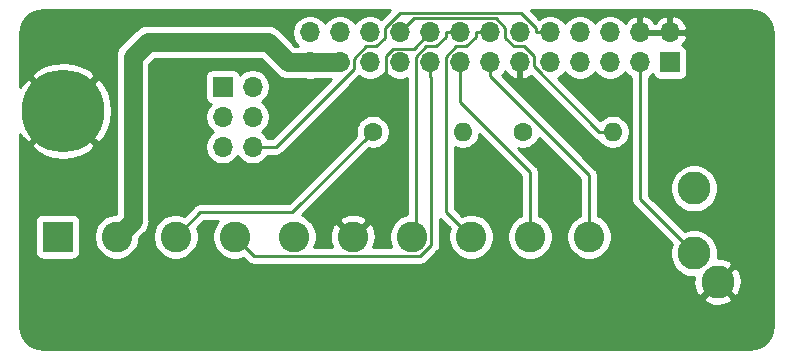
<source format=gbr>
G04 #@! TF.GenerationSoftware,KiCad,Pcbnew,5.1.5-52549c5~84~ubuntu18.04.1*
G04 #@! TF.CreationDate,2020-03-14T14:57:04-04:00*
G04 #@! TF.ProjectId,imac_g3_slot_loading_J22_adapter_board,696d6163-5f67-4335-9f73-6c6f745f6c6f,1*
G04 #@! TF.SameCoordinates,Original*
G04 #@! TF.FileFunction,Copper,L2,Bot*
G04 #@! TF.FilePolarity,Positive*
%FSLAX46Y46*%
G04 Gerber Fmt 4.6, Leading zero omitted, Abs format (unit mm)*
G04 Created by KiCad (PCBNEW 5.1.5-52549c5~84~ubuntu18.04.1) date 2020-03-14 14:57:04*
%MOMM*%
%LPD*%
G04 APERTURE LIST*
%ADD10R,1.700000X1.700000*%
%ADD11O,1.700000X1.700000*%
%ADD12C,7.000000*%
%ADD13C,2.800000*%
%ADD14O,1.600000X1.600000*%
%ADD15C,1.600000*%
%ADD16R,2.600000X2.600000*%
%ADD17C,2.600000*%
%ADD18C,0.250000*%
%ADD19C,1.587600*%
%ADD20C,0.254000*%
G04 APERTURE END LIST*
D10*
X161544000Y-91948000D03*
D11*
X161544000Y-89408000D03*
X159004000Y-91948000D03*
X159004000Y-89408000D03*
X156464000Y-91948000D03*
X156464000Y-89408000D03*
X153924000Y-91948000D03*
X153924000Y-89408000D03*
X151384000Y-91948000D03*
X151384000Y-89408000D03*
X148844000Y-91948000D03*
X148844000Y-89408000D03*
X146304000Y-91948000D03*
X146304000Y-89408000D03*
X143764000Y-91948000D03*
X143764000Y-89408000D03*
X141224000Y-91948000D03*
X141224000Y-89408000D03*
X138684000Y-91948000D03*
X138684000Y-89408000D03*
X136144000Y-91948000D03*
X136144000Y-89408000D03*
X133604000Y-91948000D03*
X133604000Y-89408000D03*
X131064000Y-91948000D03*
X131064000Y-89408000D03*
D12*
X110172000Y-96038000D03*
D13*
X165582000Y-110518000D03*
X163582000Y-108118000D03*
X163582000Y-102618000D03*
D14*
X143992000Y-97818000D03*
D15*
X136372000Y-97818000D03*
X149072000Y-97818000D03*
D14*
X156692000Y-97818000D03*
D16*
X109702000Y-106708000D03*
D17*
X114702000Y-106708000D03*
X119702000Y-106708000D03*
X124702000Y-106708000D03*
X129702000Y-106708000D03*
X134702000Y-106708000D03*
X139702000Y-106708000D03*
X144702000Y-106708000D03*
X149702000Y-106708000D03*
X154702000Y-106708000D03*
D10*
X123672000Y-94008000D03*
D11*
X126212000Y-94008000D03*
X123672000Y-96548000D03*
X126212000Y-96548000D03*
X123672000Y-99088000D03*
X126212000Y-99088000D03*
D18*
X137508999Y-91383999D02*
X137508999Y-96160999D01*
X138119999Y-90772999D02*
X137508999Y-91383999D01*
X141224000Y-89408000D02*
X139859001Y-90772999D01*
X139859001Y-90772999D02*
X138119999Y-90772999D01*
X137508999Y-96160999D02*
X138658000Y-97310000D01*
X138658000Y-102752000D02*
X134702000Y-106708000D01*
X138658000Y-97310000D02*
X138658000Y-102752000D01*
X163582000Y-108118000D02*
X159004000Y-103540000D01*
X159004000Y-103540000D02*
X159004000Y-91948000D01*
X151384000Y-89408000D02*
X150208700Y-89408000D01*
X126212000Y-99088000D02*
X128195900Y-99088000D01*
X128195900Y-99088000D02*
X134779400Y-92504500D01*
X134779400Y-92504500D02*
X134779400Y-91648400D01*
X134779400Y-91648400D02*
X135844400Y-90583400D01*
X135844400Y-90583400D02*
X136669600Y-90583400D01*
X136669600Y-90583400D02*
X137414000Y-89839000D01*
X137414000Y-89839000D02*
X137414000Y-89005500D01*
X137414000Y-89005500D02*
X138685400Y-87734100D01*
X138685400Y-87734100D02*
X148902100Y-87734100D01*
X148902100Y-87734100D02*
X150208700Y-89040700D01*
X150208700Y-89040700D02*
X150208700Y-89408000D01*
X146304000Y-91948000D02*
X146304000Y-93123300D01*
X154702000Y-106708000D02*
X154702000Y-101521300D01*
X154702000Y-101521300D02*
X146304000Y-93123300D01*
X144702000Y-106708000D02*
X142578800Y-104584800D01*
X142578800Y-104584800D02*
X142578800Y-91449000D01*
X142578800Y-91449000D02*
X143444500Y-90583300D01*
X143444500Y-90583300D02*
X144320800Y-90583300D01*
X144320800Y-90583300D02*
X145128700Y-89775400D01*
X145128700Y-89775400D02*
X145128700Y-89408000D01*
X146304000Y-89408000D02*
X145128700Y-89408000D01*
X149702000Y-106708000D02*
X149702000Y-101266000D01*
X149702000Y-101266000D02*
X143764000Y-95328000D01*
X143764000Y-95328000D02*
X143764000Y-91948000D01*
X143764000Y-89408000D02*
X142588700Y-89408000D01*
X139702000Y-106708000D02*
X140048600Y-106361400D01*
X140048600Y-106361400D02*
X140048600Y-91458600D01*
X140048600Y-91458600D02*
X140923900Y-90583300D01*
X140923900Y-90583300D02*
X141780800Y-90583300D01*
X141780800Y-90583300D02*
X142588700Y-89775400D01*
X142588700Y-89775400D02*
X142588700Y-89408000D01*
X141224000Y-91948000D02*
X141224000Y-93123300D01*
X124702000Y-106708000D02*
X126333200Y-108339200D01*
X126333200Y-108339200D02*
X140377100Y-108339200D01*
X140377100Y-108339200D02*
X141337000Y-107379300D01*
X141337000Y-107379300D02*
X141337000Y-93236300D01*
X141337000Y-93236300D02*
X141224000Y-93123300D01*
X138684000Y-89408000D02*
X139873200Y-88218800D01*
X139873200Y-88218800D02*
X146788400Y-88218800D01*
X146788400Y-88218800D02*
X147574000Y-89004400D01*
X147574000Y-89004400D02*
X147574000Y-89839000D01*
X147574000Y-89839000D02*
X148318400Y-90583400D01*
X148318400Y-90583400D02*
X149180400Y-90583400D01*
X149180400Y-90583400D02*
X150019400Y-91422400D01*
X150019400Y-91422400D02*
X150019400Y-92270700D01*
X150019400Y-92270700D02*
X155566700Y-97818000D01*
X156692000Y-97818000D02*
X155566700Y-97818000D01*
D19*
X133604000Y-91948000D02*
X131064000Y-91948000D01*
X131064000Y-91948000D02*
X129232000Y-91948000D01*
X129232000Y-91948000D02*
X127482000Y-90198000D01*
X127482000Y-90198000D02*
X117322000Y-90198000D01*
X117322000Y-90198000D02*
X116052000Y-91468000D01*
X116052000Y-91468000D02*
X116052000Y-105358000D01*
X116052000Y-105358000D02*
X114702000Y-106708000D01*
D18*
X119702000Y-106708000D02*
X121795700Y-104614300D01*
X121795700Y-104614300D02*
X129575700Y-104614300D01*
X129575700Y-104614300D02*
X136372000Y-97818000D01*
D20*
G36*
X137090357Y-88254341D02*
G01*
X136847411Y-88092010D01*
X136577158Y-87980068D01*
X136290260Y-87923000D01*
X135997740Y-87923000D01*
X135710842Y-87980068D01*
X135440589Y-88092010D01*
X135197368Y-88254525D01*
X134990525Y-88461368D01*
X134874000Y-88635760D01*
X134757475Y-88461368D01*
X134550632Y-88254525D01*
X134307411Y-88092010D01*
X134037158Y-87980068D01*
X133750260Y-87923000D01*
X133457740Y-87923000D01*
X133170842Y-87980068D01*
X132900589Y-88092010D01*
X132657368Y-88254525D01*
X132450525Y-88461368D01*
X132334000Y-88635760D01*
X132217475Y-88461368D01*
X132010632Y-88254525D01*
X131767411Y-88092010D01*
X131497158Y-87980068D01*
X131210260Y-87923000D01*
X130917740Y-87923000D01*
X130630842Y-87980068D01*
X130360589Y-88092010D01*
X130117368Y-88254525D01*
X129910525Y-88461368D01*
X129748010Y-88704589D01*
X129636068Y-88974842D01*
X129579000Y-89261740D01*
X129579000Y-89554260D01*
X129636068Y-89841158D01*
X129748010Y-90111411D01*
X129910525Y-90354632D01*
X130075093Y-90519200D01*
X129823828Y-90519200D01*
X128541948Y-89237321D01*
X128497202Y-89182798D01*
X128279639Y-89004248D01*
X128031424Y-88871574D01*
X127762094Y-88789874D01*
X127552188Y-88769200D01*
X127552181Y-88769200D01*
X127482000Y-88762288D01*
X127411819Y-88769200D01*
X117392178Y-88769200D01*
X117321999Y-88762288D01*
X117251821Y-88769200D01*
X117251812Y-88769200D01*
X117041906Y-88789874D01*
X116772576Y-88871574D01*
X116524361Y-89004248D01*
X116306798Y-89182798D01*
X116262056Y-89237316D01*
X115091317Y-90408056D01*
X115036798Y-90452799D01*
X114858248Y-90670362D01*
X114748575Y-90875546D01*
X114725574Y-90918577D01*
X114652739Y-91158684D01*
X114643874Y-91187907D01*
X114623200Y-91397813D01*
X114623200Y-91397819D01*
X114616288Y-91468000D01*
X114623200Y-91538181D01*
X114623201Y-104766171D01*
X114616372Y-104773000D01*
X114511419Y-104773000D01*
X114137581Y-104847361D01*
X113785434Y-104993225D01*
X113468509Y-105204987D01*
X113198987Y-105474509D01*
X112987225Y-105791434D01*
X112841361Y-106143581D01*
X112767000Y-106517419D01*
X112767000Y-106898581D01*
X112841361Y-107272419D01*
X112987225Y-107624566D01*
X113198987Y-107941491D01*
X113468509Y-108211013D01*
X113785434Y-108422775D01*
X114137581Y-108568639D01*
X114511419Y-108643000D01*
X114892581Y-108643000D01*
X115266419Y-108568639D01*
X115618566Y-108422775D01*
X115935491Y-108211013D01*
X116205013Y-107941491D01*
X116416775Y-107624566D01*
X116562639Y-107272419D01*
X116637000Y-106898581D01*
X116637000Y-106793628D01*
X117012684Y-106417944D01*
X117067202Y-106373202D01*
X117245752Y-106155639D01*
X117378426Y-105907424D01*
X117460126Y-105638094D01*
X117480800Y-105428188D01*
X117480800Y-105428179D01*
X117487712Y-105358001D01*
X117480800Y-105287823D01*
X117480800Y-92059827D01*
X117913828Y-91626800D01*
X126890173Y-91626800D01*
X128172056Y-92908684D01*
X128216798Y-92963202D01*
X128434361Y-93141752D01*
X128678572Y-93272286D01*
X128682576Y-93274426D01*
X128951905Y-93356126D01*
X128978576Y-93358753D01*
X129161812Y-93376800D01*
X129161819Y-93376800D01*
X129232000Y-93383712D01*
X129302181Y-93376800D01*
X130635206Y-93376800D01*
X130917740Y-93433000D01*
X131210260Y-93433000D01*
X131492794Y-93376800D01*
X132832298Y-93376800D01*
X127881099Y-98328000D01*
X127490178Y-98328000D01*
X127365475Y-98141368D01*
X127158632Y-97934525D01*
X126984240Y-97818000D01*
X127158632Y-97701475D01*
X127365475Y-97494632D01*
X127527990Y-97251411D01*
X127639932Y-96981158D01*
X127697000Y-96694260D01*
X127697000Y-96401740D01*
X127639932Y-96114842D01*
X127527990Y-95844589D01*
X127365475Y-95601368D01*
X127158632Y-95394525D01*
X126984240Y-95278000D01*
X127158632Y-95161475D01*
X127365475Y-94954632D01*
X127527990Y-94711411D01*
X127639932Y-94441158D01*
X127697000Y-94154260D01*
X127697000Y-93861740D01*
X127639932Y-93574842D01*
X127527990Y-93304589D01*
X127365475Y-93061368D01*
X127158632Y-92854525D01*
X126915411Y-92692010D01*
X126645158Y-92580068D01*
X126358260Y-92523000D01*
X126065740Y-92523000D01*
X125778842Y-92580068D01*
X125508589Y-92692010D01*
X125265368Y-92854525D01*
X125133513Y-92986380D01*
X125111502Y-92913820D01*
X125052537Y-92803506D01*
X124973185Y-92706815D01*
X124876494Y-92627463D01*
X124766180Y-92568498D01*
X124646482Y-92532188D01*
X124522000Y-92519928D01*
X122822000Y-92519928D01*
X122697518Y-92532188D01*
X122577820Y-92568498D01*
X122467506Y-92627463D01*
X122370815Y-92706815D01*
X122291463Y-92803506D01*
X122232498Y-92913820D01*
X122196188Y-93033518D01*
X122183928Y-93158000D01*
X122183928Y-94858000D01*
X122196188Y-94982482D01*
X122232498Y-95102180D01*
X122291463Y-95212494D01*
X122370815Y-95309185D01*
X122467506Y-95388537D01*
X122577820Y-95447502D01*
X122650380Y-95469513D01*
X122518525Y-95601368D01*
X122356010Y-95844589D01*
X122244068Y-96114842D01*
X122187000Y-96401740D01*
X122187000Y-96694260D01*
X122244068Y-96981158D01*
X122356010Y-97251411D01*
X122518525Y-97494632D01*
X122725368Y-97701475D01*
X122899760Y-97818000D01*
X122725368Y-97934525D01*
X122518525Y-98141368D01*
X122356010Y-98384589D01*
X122244068Y-98654842D01*
X122187000Y-98941740D01*
X122187000Y-99234260D01*
X122244068Y-99521158D01*
X122356010Y-99791411D01*
X122518525Y-100034632D01*
X122725368Y-100241475D01*
X122968589Y-100403990D01*
X123238842Y-100515932D01*
X123525740Y-100573000D01*
X123818260Y-100573000D01*
X124105158Y-100515932D01*
X124375411Y-100403990D01*
X124618632Y-100241475D01*
X124825475Y-100034632D01*
X124942000Y-99860240D01*
X125058525Y-100034632D01*
X125265368Y-100241475D01*
X125508589Y-100403990D01*
X125778842Y-100515932D01*
X126065740Y-100573000D01*
X126358260Y-100573000D01*
X126645158Y-100515932D01*
X126915411Y-100403990D01*
X127158632Y-100241475D01*
X127365475Y-100034632D01*
X127490178Y-99848000D01*
X128158578Y-99848000D01*
X128195900Y-99851676D01*
X128233222Y-99848000D01*
X128233233Y-99848000D01*
X128344886Y-99837003D01*
X128488147Y-99793546D01*
X128620176Y-99722974D01*
X128735901Y-99628001D01*
X128759704Y-99598997D01*
X135233251Y-93125451D01*
X135440589Y-93263990D01*
X135710842Y-93375932D01*
X135997740Y-93433000D01*
X136290260Y-93433000D01*
X136577158Y-93375932D01*
X136847411Y-93263990D01*
X137090632Y-93101475D01*
X137297475Y-92894632D01*
X137414000Y-92720240D01*
X137530525Y-92894632D01*
X137737368Y-93101475D01*
X137980589Y-93263990D01*
X138250842Y-93375932D01*
X138537740Y-93433000D01*
X138830260Y-93433000D01*
X139117158Y-93375932D01*
X139288601Y-93304918D01*
X139288600Y-104817321D01*
X139137581Y-104847361D01*
X138785434Y-104993225D01*
X138468509Y-105204987D01*
X138198987Y-105474509D01*
X137987225Y-105791434D01*
X137841361Y-106143581D01*
X137767000Y-106517419D01*
X137767000Y-106898581D01*
X137841361Y-107272419D01*
X137968434Y-107579200D01*
X136429789Y-107579200D01*
X136517159Y-107404955D01*
X136618250Y-107037443D01*
X136645701Y-106657271D01*
X136598457Y-106279049D01*
X136478333Y-105917310D01*
X136346312Y-105670317D01*
X136051224Y-105538381D01*
X134881605Y-106708000D01*
X134895748Y-106722143D01*
X134716143Y-106901748D01*
X134702000Y-106887605D01*
X134687858Y-106901748D01*
X134508253Y-106722143D01*
X134522395Y-106708000D01*
X133352776Y-105538381D01*
X133057688Y-105670317D01*
X132886841Y-106011045D01*
X132785750Y-106378557D01*
X132758299Y-106758729D01*
X132805543Y-107136951D01*
X132925667Y-107498690D01*
X132968701Y-107579200D01*
X131435566Y-107579200D01*
X131562639Y-107272419D01*
X131637000Y-106898581D01*
X131637000Y-106517419D01*
X131562639Y-106143581D01*
X131416775Y-105791434D01*
X131205013Y-105474509D01*
X131089280Y-105358776D01*
X133532381Y-105358776D01*
X134702000Y-106528395D01*
X135871619Y-105358776D01*
X135739683Y-105063688D01*
X135398955Y-104892841D01*
X135031443Y-104791750D01*
X134651271Y-104764299D01*
X134273049Y-104811543D01*
X133911310Y-104931667D01*
X133664317Y-105063688D01*
X133532381Y-105358776D01*
X131089280Y-105358776D01*
X130935491Y-105204987D01*
X130618566Y-104993225D01*
X130373207Y-104891594D01*
X136048114Y-99216688D01*
X136230665Y-99253000D01*
X136513335Y-99253000D01*
X136790574Y-99197853D01*
X137051727Y-99089680D01*
X137286759Y-98932637D01*
X137486637Y-98732759D01*
X137643680Y-98497727D01*
X137751853Y-98236574D01*
X137807000Y-97959335D01*
X137807000Y-97676665D01*
X137751853Y-97399426D01*
X137643680Y-97138273D01*
X137486637Y-96903241D01*
X137286759Y-96703363D01*
X137051727Y-96546320D01*
X136790574Y-96438147D01*
X136513335Y-96383000D01*
X136230665Y-96383000D01*
X135953426Y-96438147D01*
X135692273Y-96546320D01*
X135457241Y-96703363D01*
X135257363Y-96903241D01*
X135100320Y-97138273D01*
X134992147Y-97399426D01*
X134937000Y-97676665D01*
X134937000Y-97959335D01*
X134973312Y-98141886D01*
X129260899Y-103854300D01*
X121833023Y-103854300D01*
X121795700Y-103850624D01*
X121758377Y-103854300D01*
X121758367Y-103854300D01*
X121646714Y-103865297D01*
X121503453Y-103908754D01*
X121371423Y-103979326D01*
X121291645Y-104044799D01*
X121255699Y-104074299D01*
X121231901Y-104103297D01*
X120422985Y-104912213D01*
X120266419Y-104847361D01*
X119892581Y-104773000D01*
X119511419Y-104773000D01*
X119137581Y-104847361D01*
X118785434Y-104993225D01*
X118468509Y-105204987D01*
X118198987Y-105474509D01*
X117987225Y-105791434D01*
X117841361Y-106143581D01*
X117767000Y-106517419D01*
X117767000Y-106898581D01*
X117841361Y-107272419D01*
X117987225Y-107624566D01*
X118198987Y-107941491D01*
X118468509Y-108211013D01*
X118785434Y-108422775D01*
X119137581Y-108568639D01*
X119511419Y-108643000D01*
X119892581Y-108643000D01*
X120266419Y-108568639D01*
X120618566Y-108422775D01*
X120935491Y-108211013D01*
X121205013Y-107941491D01*
X121416775Y-107624566D01*
X121562639Y-107272419D01*
X121637000Y-106898581D01*
X121637000Y-106517419D01*
X121562639Y-106143581D01*
X121497787Y-105987015D01*
X122110502Y-105374300D01*
X123299196Y-105374300D01*
X123198987Y-105474509D01*
X122987225Y-105791434D01*
X122841361Y-106143581D01*
X122767000Y-106517419D01*
X122767000Y-106898581D01*
X122841361Y-107272419D01*
X122987225Y-107624566D01*
X123198987Y-107941491D01*
X123468509Y-108211013D01*
X123785434Y-108422775D01*
X124137581Y-108568639D01*
X124511419Y-108643000D01*
X124892581Y-108643000D01*
X125266419Y-108568639D01*
X125422985Y-108503787D01*
X125769401Y-108850203D01*
X125793199Y-108879201D01*
X125908924Y-108974174D01*
X126040953Y-109044746D01*
X126184214Y-109088203D01*
X126295867Y-109099200D01*
X126295876Y-109099200D01*
X126333199Y-109102876D01*
X126370522Y-109099200D01*
X140339778Y-109099200D01*
X140377100Y-109102876D01*
X140414422Y-109099200D01*
X140414433Y-109099200D01*
X140526086Y-109088203D01*
X140669347Y-109044746D01*
X140801376Y-108974174D01*
X140917101Y-108879201D01*
X140940904Y-108850198D01*
X141848004Y-107943098D01*
X141877001Y-107919301D01*
X141971974Y-107803576D01*
X142042546Y-107671547D01*
X142086003Y-107528286D01*
X142097000Y-107416633D01*
X142097000Y-107416632D01*
X142100677Y-107379300D01*
X142097000Y-107341967D01*
X142097000Y-105177801D01*
X142906213Y-105987014D01*
X142841361Y-106143581D01*
X142767000Y-106517419D01*
X142767000Y-106898581D01*
X142841361Y-107272419D01*
X142987225Y-107624566D01*
X143198987Y-107941491D01*
X143468509Y-108211013D01*
X143785434Y-108422775D01*
X144137581Y-108568639D01*
X144511419Y-108643000D01*
X144892581Y-108643000D01*
X145266419Y-108568639D01*
X145618566Y-108422775D01*
X145935491Y-108211013D01*
X146205013Y-107941491D01*
X146416775Y-107624566D01*
X146562639Y-107272419D01*
X146637000Y-106898581D01*
X146637000Y-106517419D01*
X146562639Y-106143581D01*
X146416775Y-105791434D01*
X146205013Y-105474509D01*
X145935491Y-105204987D01*
X145618566Y-104993225D01*
X145266419Y-104847361D01*
X144892581Y-104773000D01*
X144511419Y-104773000D01*
X144137581Y-104847361D01*
X143981014Y-104912213D01*
X143338800Y-104269999D01*
X143338800Y-99100668D01*
X143573426Y-99197853D01*
X143850665Y-99253000D01*
X144133335Y-99253000D01*
X144410574Y-99197853D01*
X144671727Y-99089680D01*
X144906759Y-98932637D01*
X145106637Y-98732759D01*
X145263680Y-98497727D01*
X145371853Y-98236574D01*
X145409336Y-98048137D01*
X148942001Y-101580803D01*
X148942000Y-104928373D01*
X148785434Y-104993225D01*
X148468509Y-105204987D01*
X148198987Y-105474509D01*
X147987225Y-105791434D01*
X147841361Y-106143581D01*
X147767000Y-106517419D01*
X147767000Y-106898581D01*
X147841361Y-107272419D01*
X147987225Y-107624566D01*
X148198987Y-107941491D01*
X148468509Y-108211013D01*
X148785434Y-108422775D01*
X149137581Y-108568639D01*
X149511419Y-108643000D01*
X149892581Y-108643000D01*
X150266419Y-108568639D01*
X150618566Y-108422775D01*
X150935491Y-108211013D01*
X151205013Y-107941491D01*
X151416775Y-107624566D01*
X151562639Y-107272419D01*
X151637000Y-106898581D01*
X151637000Y-106517419D01*
X151562639Y-106143581D01*
X151416775Y-105791434D01*
X151205013Y-105474509D01*
X150935491Y-105204987D01*
X150618566Y-104993225D01*
X150462000Y-104928373D01*
X150462000Y-101303322D01*
X150465676Y-101265999D01*
X150462000Y-101228676D01*
X150462000Y-101228667D01*
X150451003Y-101117014D01*
X150407546Y-100973753D01*
X150360815Y-100886326D01*
X150336974Y-100841723D01*
X150265799Y-100754997D01*
X150242001Y-100725999D01*
X150213003Y-100702201D01*
X148722368Y-99211567D01*
X148930665Y-99253000D01*
X149213335Y-99253000D01*
X149490574Y-99197853D01*
X149751727Y-99089680D01*
X149986759Y-98932637D01*
X150186637Y-98732759D01*
X150343680Y-98497727D01*
X150419816Y-98313918D01*
X153942001Y-101836104D01*
X153942000Y-104928373D01*
X153785434Y-104993225D01*
X153468509Y-105204987D01*
X153198987Y-105474509D01*
X152987225Y-105791434D01*
X152841361Y-106143581D01*
X152767000Y-106517419D01*
X152767000Y-106898581D01*
X152841361Y-107272419D01*
X152987225Y-107624566D01*
X153198987Y-107941491D01*
X153468509Y-108211013D01*
X153785434Y-108422775D01*
X154137581Y-108568639D01*
X154511419Y-108643000D01*
X154892581Y-108643000D01*
X155266419Y-108568639D01*
X155618566Y-108422775D01*
X155935491Y-108211013D01*
X156205013Y-107941491D01*
X156416775Y-107624566D01*
X156562639Y-107272419D01*
X156637000Y-106898581D01*
X156637000Y-106517419D01*
X156562639Y-106143581D01*
X156416775Y-105791434D01*
X156205013Y-105474509D01*
X155935491Y-105204987D01*
X155618566Y-104993225D01*
X155462000Y-104928373D01*
X155462000Y-101558622D01*
X155465676Y-101521299D01*
X155462000Y-101483976D01*
X155462000Y-101483967D01*
X155451003Y-101372314D01*
X155407546Y-101229053D01*
X155336974Y-101097024D01*
X155323811Y-101080985D01*
X155265799Y-101010296D01*
X155265795Y-101010292D01*
X155242001Y-100981299D01*
X155213008Y-100957505D01*
X147303804Y-93048303D01*
X147457475Y-92894632D01*
X147579195Y-92712466D01*
X147648822Y-92829355D01*
X147843731Y-93045588D01*
X148077080Y-93219641D01*
X148339901Y-93344825D01*
X148487110Y-93389476D01*
X148717000Y-93268155D01*
X148717000Y-92075000D01*
X148697000Y-92075000D01*
X148697000Y-91821000D01*
X148717000Y-91821000D01*
X148717000Y-91801000D01*
X148971000Y-91801000D01*
X148971000Y-91821000D01*
X148991000Y-91821000D01*
X148991000Y-92075000D01*
X148971000Y-92075000D01*
X148971000Y-93268155D01*
X149200890Y-93389476D01*
X149348099Y-93344825D01*
X149610920Y-93219641D01*
X149772797Y-93098898D01*
X155002901Y-98329003D01*
X155026699Y-98358001D01*
X155055697Y-98381799D01*
X155142423Y-98452974D01*
X155274453Y-98523546D01*
X155417714Y-98567003D01*
X155470053Y-98572158D01*
X155577363Y-98732759D01*
X155777241Y-98932637D01*
X156012273Y-99089680D01*
X156273426Y-99197853D01*
X156550665Y-99253000D01*
X156833335Y-99253000D01*
X157110574Y-99197853D01*
X157371727Y-99089680D01*
X157606759Y-98932637D01*
X157806637Y-98732759D01*
X157963680Y-98497727D01*
X158071853Y-98236574D01*
X158127000Y-97959335D01*
X158127000Y-97676665D01*
X158071853Y-97399426D01*
X157963680Y-97138273D01*
X157806637Y-96903241D01*
X157606759Y-96703363D01*
X157371727Y-96546320D01*
X157110574Y-96438147D01*
X156833335Y-96383000D01*
X156550665Y-96383000D01*
X156273426Y-96438147D01*
X156012273Y-96546320D01*
X155777241Y-96703363D01*
X155652053Y-96828551D01*
X152087459Y-93263958D01*
X152330632Y-93101475D01*
X152537475Y-92894632D01*
X152654000Y-92720240D01*
X152770525Y-92894632D01*
X152977368Y-93101475D01*
X153220589Y-93263990D01*
X153490842Y-93375932D01*
X153777740Y-93433000D01*
X154070260Y-93433000D01*
X154357158Y-93375932D01*
X154627411Y-93263990D01*
X154870632Y-93101475D01*
X155077475Y-92894632D01*
X155194000Y-92720240D01*
X155310525Y-92894632D01*
X155517368Y-93101475D01*
X155760589Y-93263990D01*
X156030842Y-93375932D01*
X156317740Y-93433000D01*
X156610260Y-93433000D01*
X156897158Y-93375932D01*
X157167411Y-93263990D01*
X157410632Y-93101475D01*
X157617475Y-92894632D01*
X157734000Y-92720240D01*
X157850525Y-92894632D01*
X158057368Y-93101475D01*
X158244001Y-93226179D01*
X158244000Y-103502678D01*
X158240324Y-103540000D01*
X158244000Y-103577322D01*
X158244000Y-103577332D01*
X158254997Y-103688985D01*
X158295080Y-103821124D01*
X158298454Y-103832246D01*
X158369026Y-103964276D01*
X158408871Y-104012826D01*
X158463999Y-104080001D01*
X158493003Y-104103804D01*
X161709677Y-107320478D01*
X161625204Y-107524413D01*
X161547000Y-107917570D01*
X161547000Y-108318430D01*
X161625204Y-108711587D01*
X161778607Y-109081934D01*
X162001313Y-109415237D01*
X162284763Y-109698687D01*
X162618066Y-109921393D01*
X162988413Y-110074796D01*
X163381570Y-110153000D01*
X163571202Y-110153000D01*
X163567845Y-110165053D01*
X163537690Y-110564777D01*
X163586096Y-110962704D01*
X163711205Y-111343540D01*
X163856230Y-111614865D01*
X164161553Y-111758842D01*
X165402395Y-110518000D01*
X165761605Y-110518000D01*
X167002447Y-111758842D01*
X167307770Y-111614865D01*
X167488597Y-111257108D01*
X167596155Y-110870947D01*
X167626310Y-110471223D01*
X167577904Y-110073296D01*
X167452795Y-109692460D01*
X167307770Y-109421135D01*
X167002447Y-109277158D01*
X165761605Y-110518000D01*
X165402395Y-110518000D01*
X165388253Y-110503858D01*
X165567858Y-110324253D01*
X165582000Y-110338395D01*
X166822842Y-109097553D01*
X166678865Y-108792230D01*
X166321108Y-108611403D01*
X165934947Y-108503845D01*
X165585364Y-108477473D01*
X165617000Y-108318430D01*
X165617000Y-107917570D01*
X165538796Y-107524413D01*
X165385393Y-107154066D01*
X165162687Y-106820763D01*
X164879237Y-106537313D01*
X164545934Y-106314607D01*
X164175587Y-106161204D01*
X163782430Y-106083000D01*
X163381570Y-106083000D01*
X162988413Y-106161204D01*
X162784478Y-106245677D01*
X159764000Y-103225199D01*
X159764000Y-102417570D01*
X161547000Y-102417570D01*
X161547000Y-102818430D01*
X161625204Y-103211587D01*
X161778607Y-103581934D01*
X162001313Y-103915237D01*
X162284763Y-104198687D01*
X162618066Y-104421393D01*
X162988413Y-104574796D01*
X163381570Y-104653000D01*
X163782430Y-104653000D01*
X164175587Y-104574796D01*
X164545934Y-104421393D01*
X164879237Y-104198687D01*
X165162687Y-103915237D01*
X165385393Y-103581934D01*
X165538796Y-103211587D01*
X165617000Y-102818430D01*
X165617000Y-102417570D01*
X165538796Y-102024413D01*
X165385393Y-101654066D01*
X165162687Y-101320763D01*
X164879237Y-101037313D01*
X164545934Y-100814607D01*
X164175587Y-100661204D01*
X163782430Y-100583000D01*
X163381570Y-100583000D01*
X162988413Y-100661204D01*
X162618066Y-100814607D01*
X162284763Y-101037313D01*
X162001313Y-101320763D01*
X161778607Y-101654066D01*
X161625204Y-102024413D01*
X161547000Y-102417570D01*
X159764000Y-102417570D01*
X159764000Y-93226178D01*
X159950632Y-93101475D01*
X160082487Y-92969620D01*
X160104498Y-93042180D01*
X160163463Y-93152494D01*
X160242815Y-93249185D01*
X160339506Y-93328537D01*
X160449820Y-93387502D01*
X160569518Y-93423812D01*
X160694000Y-93436072D01*
X162394000Y-93436072D01*
X162518482Y-93423812D01*
X162638180Y-93387502D01*
X162748494Y-93328537D01*
X162845185Y-93249185D01*
X162924537Y-93152494D01*
X162983502Y-93042180D01*
X163019812Y-92922482D01*
X163032072Y-92798000D01*
X163032072Y-91098000D01*
X163019812Y-90973518D01*
X162983502Y-90853820D01*
X162924537Y-90743506D01*
X162845185Y-90646815D01*
X162748494Y-90567463D01*
X162638180Y-90508498D01*
X162562374Y-90485502D01*
X162739178Y-90289355D01*
X162888157Y-90039252D01*
X162985481Y-89764891D01*
X162864814Y-89535000D01*
X161671000Y-89535000D01*
X161671000Y-89555000D01*
X161417000Y-89555000D01*
X161417000Y-89535000D01*
X159131000Y-89535000D01*
X159131000Y-89555000D01*
X158877000Y-89555000D01*
X158877000Y-89535000D01*
X158857000Y-89535000D01*
X158857000Y-89281000D01*
X158877000Y-89281000D01*
X158877000Y-88087845D01*
X159131000Y-88087845D01*
X159131000Y-89281000D01*
X161417000Y-89281000D01*
X161417000Y-88087845D01*
X161671000Y-88087845D01*
X161671000Y-89281000D01*
X162864814Y-89281000D01*
X162985481Y-89051109D01*
X162888157Y-88776748D01*
X162739178Y-88526645D01*
X162544269Y-88310412D01*
X162310920Y-88136359D01*
X162048099Y-88011175D01*
X161900890Y-87966524D01*
X161671000Y-88087845D01*
X161417000Y-88087845D01*
X161187110Y-87966524D01*
X161039901Y-88011175D01*
X160777080Y-88136359D01*
X160543731Y-88310412D01*
X160348822Y-88526645D01*
X160274000Y-88652255D01*
X160199178Y-88526645D01*
X160004269Y-88310412D01*
X159770920Y-88136359D01*
X159508099Y-88011175D01*
X159360890Y-87966524D01*
X159131000Y-88087845D01*
X158877000Y-88087845D01*
X158647110Y-87966524D01*
X158499901Y-88011175D01*
X158237080Y-88136359D01*
X158003731Y-88310412D01*
X157808822Y-88526645D01*
X157739195Y-88643534D01*
X157617475Y-88461368D01*
X157410632Y-88254525D01*
X157167411Y-88092010D01*
X156897158Y-87980068D01*
X156610260Y-87923000D01*
X156317740Y-87923000D01*
X156030842Y-87980068D01*
X155760589Y-88092010D01*
X155517368Y-88254525D01*
X155310525Y-88461368D01*
X155194000Y-88635760D01*
X155077475Y-88461368D01*
X154870632Y-88254525D01*
X154627411Y-88092010D01*
X154357158Y-87980068D01*
X154070260Y-87923000D01*
X153777740Y-87923000D01*
X153490842Y-87980068D01*
X153220589Y-88092010D01*
X152977368Y-88254525D01*
X152770525Y-88461368D01*
X152654000Y-88635760D01*
X152537475Y-88461368D01*
X152330632Y-88254525D01*
X152087411Y-88092010D01*
X151817158Y-87980068D01*
X151530260Y-87923000D01*
X151237740Y-87923000D01*
X150950842Y-87980068D01*
X150680589Y-88092010D01*
X150473311Y-88230509D01*
X149770802Y-87528000D01*
X168319721Y-87528000D01*
X168716545Y-87566909D01*
X169067208Y-87672780D01*
X169390625Y-87844744D01*
X169674484Y-88076254D01*
X169907965Y-88358486D01*
X170082183Y-88680695D01*
X170190502Y-89030614D01*
X170232000Y-89425443D01*
X170232001Y-114295711D01*
X170193091Y-114692545D01*
X170087220Y-115043206D01*
X169915257Y-115366623D01*
X169683748Y-115650482D01*
X169401514Y-115883965D01*
X169079304Y-116058184D01*
X168729385Y-116166502D01*
X168334557Y-116208000D01*
X108464279Y-116208000D01*
X108067455Y-116169091D01*
X107716794Y-116063220D01*
X107393377Y-115891257D01*
X107109518Y-115659748D01*
X106876035Y-115377514D01*
X106701816Y-115055304D01*
X106593498Y-114705385D01*
X106552000Y-114310557D01*
X106552000Y-111938447D01*
X164341158Y-111938447D01*
X164485135Y-112243770D01*
X164842892Y-112424597D01*
X165229053Y-112532155D01*
X165628777Y-112562310D01*
X166026704Y-112513904D01*
X166407540Y-112388795D01*
X166678865Y-112243770D01*
X166822842Y-111938447D01*
X165582000Y-110697605D01*
X164341158Y-111938447D01*
X106552000Y-111938447D01*
X106552000Y-105408000D01*
X107763928Y-105408000D01*
X107763928Y-108008000D01*
X107776188Y-108132482D01*
X107812498Y-108252180D01*
X107871463Y-108362494D01*
X107950815Y-108459185D01*
X108047506Y-108538537D01*
X108157820Y-108597502D01*
X108277518Y-108633812D01*
X108402000Y-108646072D01*
X111002000Y-108646072D01*
X111126482Y-108633812D01*
X111246180Y-108597502D01*
X111356494Y-108538537D01*
X111453185Y-108459185D01*
X111532537Y-108362494D01*
X111591502Y-108252180D01*
X111627812Y-108132482D01*
X111640072Y-108008000D01*
X111640072Y-105408000D01*
X111627812Y-105283518D01*
X111591502Y-105163820D01*
X111532537Y-105053506D01*
X111453185Y-104956815D01*
X111356494Y-104877463D01*
X111246180Y-104818498D01*
X111126482Y-104782188D01*
X111002000Y-104769928D01*
X108402000Y-104769928D01*
X108277518Y-104782188D01*
X108157820Y-104818498D01*
X108047506Y-104877463D01*
X107950815Y-104956815D01*
X107871463Y-105053506D01*
X107812498Y-105163820D01*
X107776188Y-105283518D01*
X107763928Y-105408000D01*
X106552000Y-105408000D01*
X106552000Y-98952155D01*
X107437450Y-98952155D01*
X107833634Y-99472550D01*
X108548612Y-99862748D01*
X109325976Y-100105964D01*
X110135853Y-100192851D01*
X110947118Y-100120069D01*
X111728597Y-99890415D01*
X112450256Y-99512715D01*
X112510366Y-99472550D01*
X112906550Y-98952155D01*
X110172000Y-96217605D01*
X107437450Y-98952155D01*
X106552000Y-98952155D01*
X106552000Y-98038665D01*
X106697285Y-98316256D01*
X106737450Y-98376366D01*
X107257845Y-98772550D01*
X109992395Y-96038000D01*
X110351605Y-96038000D01*
X113086155Y-98772550D01*
X113606550Y-98376366D01*
X113996748Y-97661388D01*
X114239964Y-96884024D01*
X114326851Y-96074147D01*
X114254069Y-95262882D01*
X114024415Y-94481403D01*
X113646715Y-93759744D01*
X113606550Y-93699634D01*
X113086155Y-93303450D01*
X110351605Y-96038000D01*
X109992395Y-96038000D01*
X107257845Y-93303450D01*
X106737450Y-93699634D01*
X106552000Y-94039443D01*
X106552000Y-93123845D01*
X107437450Y-93123845D01*
X110172000Y-95858395D01*
X112906550Y-93123845D01*
X112510366Y-92603450D01*
X111795388Y-92213252D01*
X111018024Y-91970036D01*
X110208147Y-91883149D01*
X109396882Y-91955931D01*
X108615403Y-92185585D01*
X107893744Y-92563285D01*
X107833634Y-92603450D01*
X107437450Y-93123845D01*
X106552000Y-93123845D01*
X106552000Y-89440279D01*
X106590909Y-89043455D01*
X106696780Y-88692792D01*
X106868744Y-88369375D01*
X107100254Y-88085516D01*
X107382486Y-87852035D01*
X107704695Y-87677817D01*
X108054614Y-87569498D01*
X108449443Y-87528000D01*
X137816698Y-87528000D01*
X137090357Y-88254341D01*
G37*
X137090357Y-88254341D02*
X136847411Y-88092010D01*
X136577158Y-87980068D01*
X136290260Y-87923000D01*
X135997740Y-87923000D01*
X135710842Y-87980068D01*
X135440589Y-88092010D01*
X135197368Y-88254525D01*
X134990525Y-88461368D01*
X134874000Y-88635760D01*
X134757475Y-88461368D01*
X134550632Y-88254525D01*
X134307411Y-88092010D01*
X134037158Y-87980068D01*
X133750260Y-87923000D01*
X133457740Y-87923000D01*
X133170842Y-87980068D01*
X132900589Y-88092010D01*
X132657368Y-88254525D01*
X132450525Y-88461368D01*
X132334000Y-88635760D01*
X132217475Y-88461368D01*
X132010632Y-88254525D01*
X131767411Y-88092010D01*
X131497158Y-87980068D01*
X131210260Y-87923000D01*
X130917740Y-87923000D01*
X130630842Y-87980068D01*
X130360589Y-88092010D01*
X130117368Y-88254525D01*
X129910525Y-88461368D01*
X129748010Y-88704589D01*
X129636068Y-88974842D01*
X129579000Y-89261740D01*
X129579000Y-89554260D01*
X129636068Y-89841158D01*
X129748010Y-90111411D01*
X129910525Y-90354632D01*
X130075093Y-90519200D01*
X129823828Y-90519200D01*
X128541948Y-89237321D01*
X128497202Y-89182798D01*
X128279639Y-89004248D01*
X128031424Y-88871574D01*
X127762094Y-88789874D01*
X127552188Y-88769200D01*
X127552181Y-88769200D01*
X127482000Y-88762288D01*
X127411819Y-88769200D01*
X117392178Y-88769200D01*
X117321999Y-88762288D01*
X117251821Y-88769200D01*
X117251812Y-88769200D01*
X117041906Y-88789874D01*
X116772576Y-88871574D01*
X116524361Y-89004248D01*
X116306798Y-89182798D01*
X116262056Y-89237316D01*
X115091317Y-90408056D01*
X115036798Y-90452799D01*
X114858248Y-90670362D01*
X114748575Y-90875546D01*
X114725574Y-90918577D01*
X114652739Y-91158684D01*
X114643874Y-91187907D01*
X114623200Y-91397813D01*
X114623200Y-91397819D01*
X114616288Y-91468000D01*
X114623200Y-91538181D01*
X114623201Y-104766171D01*
X114616372Y-104773000D01*
X114511419Y-104773000D01*
X114137581Y-104847361D01*
X113785434Y-104993225D01*
X113468509Y-105204987D01*
X113198987Y-105474509D01*
X112987225Y-105791434D01*
X112841361Y-106143581D01*
X112767000Y-106517419D01*
X112767000Y-106898581D01*
X112841361Y-107272419D01*
X112987225Y-107624566D01*
X113198987Y-107941491D01*
X113468509Y-108211013D01*
X113785434Y-108422775D01*
X114137581Y-108568639D01*
X114511419Y-108643000D01*
X114892581Y-108643000D01*
X115266419Y-108568639D01*
X115618566Y-108422775D01*
X115935491Y-108211013D01*
X116205013Y-107941491D01*
X116416775Y-107624566D01*
X116562639Y-107272419D01*
X116637000Y-106898581D01*
X116637000Y-106793628D01*
X117012684Y-106417944D01*
X117067202Y-106373202D01*
X117245752Y-106155639D01*
X117378426Y-105907424D01*
X117460126Y-105638094D01*
X117480800Y-105428188D01*
X117480800Y-105428179D01*
X117487712Y-105358001D01*
X117480800Y-105287823D01*
X117480800Y-92059827D01*
X117913828Y-91626800D01*
X126890173Y-91626800D01*
X128172056Y-92908684D01*
X128216798Y-92963202D01*
X128434361Y-93141752D01*
X128678572Y-93272286D01*
X128682576Y-93274426D01*
X128951905Y-93356126D01*
X128978576Y-93358753D01*
X129161812Y-93376800D01*
X129161819Y-93376800D01*
X129232000Y-93383712D01*
X129302181Y-93376800D01*
X130635206Y-93376800D01*
X130917740Y-93433000D01*
X131210260Y-93433000D01*
X131492794Y-93376800D01*
X132832298Y-93376800D01*
X127881099Y-98328000D01*
X127490178Y-98328000D01*
X127365475Y-98141368D01*
X127158632Y-97934525D01*
X126984240Y-97818000D01*
X127158632Y-97701475D01*
X127365475Y-97494632D01*
X127527990Y-97251411D01*
X127639932Y-96981158D01*
X127697000Y-96694260D01*
X127697000Y-96401740D01*
X127639932Y-96114842D01*
X127527990Y-95844589D01*
X127365475Y-95601368D01*
X127158632Y-95394525D01*
X126984240Y-95278000D01*
X127158632Y-95161475D01*
X127365475Y-94954632D01*
X127527990Y-94711411D01*
X127639932Y-94441158D01*
X127697000Y-94154260D01*
X127697000Y-93861740D01*
X127639932Y-93574842D01*
X127527990Y-93304589D01*
X127365475Y-93061368D01*
X127158632Y-92854525D01*
X126915411Y-92692010D01*
X126645158Y-92580068D01*
X126358260Y-92523000D01*
X126065740Y-92523000D01*
X125778842Y-92580068D01*
X125508589Y-92692010D01*
X125265368Y-92854525D01*
X125133513Y-92986380D01*
X125111502Y-92913820D01*
X125052537Y-92803506D01*
X124973185Y-92706815D01*
X124876494Y-92627463D01*
X124766180Y-92568498D01*
X124646482Y-92532188D01*
X124522000Y-92519928D01*
X122822000Y-92519928D01*
X122697518Y-92532188D01*
X122577820Y-92568498D01*
X122467506Y-92627463D01*
X122370815Y-92706815D01*
X122291463Y-92803506D01*
X122232498Y-92913820D01*
X122196188Y-93033518D01*
X122183928Y-93158000D01*
X122183928Y-94858000D01*
X122196188Y-94982482D01*
X122232498Y-95102180D01*
X122291463Y-95212494D01*
X122370815Y-95309185D01*
X122467506Y-95388537D01*
X122577820Y-95447502D01*
X122650380Y-95469513D01*
X122518525Y-95601368D01*
X122356010Y-95844589D01*
X122244068Y-96114842D01*
X122187000Y-96401740D01*
X122187000Y-96694260D01*
X122244068Y-96981158D01*
X122356010Y-97251411D01*
X122518525Y-97494632D01*
X122725368Y-97701475D01*
X122899760Y-97818000D01*
X122725368Y-97934525D01*
X122518525Y-98141368D01*
X122356010Y-98384589D01*
X122244068Y-98654842D01*
X122187000Y-98941740D01*
X122187000Y-99234260D01*
X122244068Y-99521158D01*
X122356010Y-99791411D01*
X122518525Y-100034632D01*
X122725368Y-100241475D01*
X122968589Y-100403990D01*
X123238842Y-100515932D01*
X123525740Y-100573000D01*
X123818260Y-100573000D01*
X124105158Y-100515932D01*
X124375411Y-100403990D01*
X124618632Y-100241475D01*
X124825475Y-100034632D01*
X124942000Y-99860240D01*
X125058525Y-100034632D01*
X125265368Y-100241475D01*
X125508589Y-100403990D01*
X125778842Y-100515932D01*
X126065740Y-100573000D01*
X126358260Y-100573000D01*
X126645158Y-100515932D01*
X126915411Y-100403990D01*
X127158632Y-100241475D01*
X127365475Y-100034632D01*
X127490178Y-99848000D01*
X128158578Y-99848000D01*
X128195900Y-99851676D01*
X128233222Y-99848000D01*
X128233233Y-99848000D01*
X128344886Y-99837003D01*
X128488147Y-99793546D01*
X128620176Y-99722974D01*
X128735901Y-99628001D01*
X128759704Y-99598997D01*
X135233251Y-93125451D01*
X135440589Y-93263990D01*
X135710842Y-93375932D01*
X135997740Y-93433000D01*
X136290260Y-93433000D01*
X136577158Y-93375932D01*
X136847411Y-93263990D01*
X137090632Y-93101475D01*
X137297475Y-92894632D01*
X137414000Y-92720240D01*
X137530525Y-92894632D01*
X137737368Y-93101475D01*
X137980589Y-93263990D01*
X138250842Y-93375932D01*
X138537740Y-93433000D01*
X138830260Y-93433000D01*
X139117158Y-93375932D01*
X139288601Y-93304918D01*
X139288600Y-104817321D01*
X139137581Y-104847361D01*
X138785434Y-104993225D01*
X138468509Y-105204987D01*
X138198987Y-105474509D01*
X137987225Y-105791434D01*
X137841361Y-106143581D01*
X137767000Y-106517419D01*
X137767000Y-106898581D01*
X137841361Y-107272419D01*
X137968434Y-107579200D01*
X136429789Y-107579200D01*
X136517159Y-107404955D01*
X136618250Y-107037443D01*
X136645701Y-106657271D01*
X136598457Y-106279049D01*
X136478333Y-105917310D01*
X136346312Y-105670317D01*
X136051224Y-105538381D01*
X134881605Y-106708000D01*
X134895748Y-106722143D01*
X134716143Y-106901748D01*
X134702000Y-106887605D01*
X134687858Y-106901748D01*
X134508253Y-106722143D01*
X134522395Y-106708000D01*
X133352776Y-105538381D01*
X133057688Y-105670317D01*
X132886841Y-106011045D01*
X132785750Y-106378557D01*
X132758299Y-106758729D01*
X132805543Y-107136951D01*
X132925667Y-107498690D01*
X132968701Y-107579200D01*
X131435566Y-107579200D01*
X131562639Y-107272419D01*
X131637000Y-106898581D01*
X131637000Y-106517419D01*
X131562639Y-106143581D01*
X131416775Y-105791434D01*
X131205013Y-105474509D01*
X131089280Y-105358776D01*
X133532381Y-105358776D01*
X134702000Y-106528395D01*
X135871619Y-105358776D01*
X135739683Y-105063688D01*
X135398955Y-104892841D01*
X135031443Y-104791750D01*
X134651271Y-104764299D01*
X134273049Y-104811543D01*
X133911310Y-104931667D01*
X133664317Y-105063688D01*
X133532381Y-105358776D01*
X131089280Y-105358776D01*
X130935491Y-105204987D01*
X130618566Y-104993225D01*
X130373207Y-104891594D01*
X136048114Y-99216688D01*
X136230665Y-99253000D01*
X136513335Y-99253000D01*
X136790574Y-99197853D01*
X137051727Y-99089680D01*
X137286759Y-98932637D01*
X137486637Y-98732759D01*
X137643680Y-98497727D01*
X137751853Y-98236574D01*
X137807000Y-97959335D01*
X137807000Y-97676665D01*
X137751853Y-97399426D01*
X137643680Y-97138273D01*
X137486637Y-96903241D01*
X137286759Y-96703363D01*
X137051727Y-96546320D01*
X136790574Y-96438147D01*
X136513335Y-96383000D01*
X136230665Y-96383000D01*
X135953426Y-96438147D01*
X135692273Y-96546320D01*
X135457241Y-96703363D01*
X135257363Y-96903241D01*
X135100320Y-97138273D01*
X134992147Y-97399426D01*
X134937000Y-97676665D01*
X134937000Y-97959335D01*
X134973312Y-98141886D01*
X129260899Y-103854300D01*
X121833023Y-103854300D01*
X121795700Y-103850624D01*
X121758377Y-103854300D01*
X121758367Y-103854300D01*
X121646714Y-103865297D01*
X121503453Y-103908754D01*
X121371423Y-103979326D01*
X121291645Y-104044799D01*
X121255699Y-104074299D01*
X121231901Y-104103297D01*
X120422985Y-104912213D01*
X120266419Y-104847361D01*
X119892581Y-104773000D01*
X119511419Y-104773000D01*
X119137581Y-104847361D01*
X118785434Y-104993225D01*
X118468509Y-105204987D01*
X118198987Y-105474509D01*
X117987225Y-105791434D01*
X117841361Y-106143581D01*
X117767000Y-106517419D01*
X117767000Y-106898581D01*
X117841361Y-107272419D01*
X117987225Y-107624566D01*
X118198987Y-107941491D01*
X118468509Y-108211013D01*
X118785434Y-108422775D01*
X119137581Y-108568639D01*
X119511419Y-108643000D01*
X119892581Y-108643000D01*
X120266419Y-108568639D01*
X120618566Y-108422775D01*
X120935491Y-108211013D01*
X121205013Y-107941491D01*
X121416775Y-107624566D01*
X121562639Y-107272419D01*
X121637000Y-106898581D01*
X121637000Y-106517419D01*
X121562639Y-106143581D01*
X121497787Y-105987015D01*
X122110502Y-105374300D01*
X123299196Y-105374300D01*
X123198987Y-105474509D01*
X122987225Y-105791434D01*
X122841361Y-106143581D01*
X122767000Y-106517419D01*
X122767000Y-106898581D01*
X122841361Y-107272419D01*
X122987225Y-107624566D01*
X123198987Y-107941491D01*
X123468509Y-108211013D01*
X123785434Y-108422775D01*
X124137581Y-108568639D01*
X124511419Y-108643000D01*
X124892581Y-108643000D01*
X125266419Y-108568639D01*
X125422985Y-108503787D01*
X125769401Y-108850203D01*
X125793199Y-108879201D01*
X125908924Y-108974174D01*
X126040953Y-109044746D01*
X126184214Y-109088203D01*
X126295867Y-109099200D01*
X126295876Y-109099200D01*
X126333199Y-109102876D01*
X126370522Y-109099200D01*
X140339778Y-109099200D01*
X140377100Y-109102876D01*
X140414422Y-109099200D01*
X140414433Y-109099200D01*
X140526086Y-109088203D01*
X140669347Y-109044746D01*
X140801376Y-108974174D01*
X140917101Y-108879201D01*
X140940904Y-108850198D01*
X141848004Y-107943098D01*
X141877001Y-107919301D01*
X141971974Y-107803576D01*
X142042546Y-107671547D01*
X142086003Y-107528286D01*
X142097000Y-107416633D01*
X142097000Y-107416632D01*
X142100677Y-107379300D01*
X142097000Y-107341967D01*
X142097000Y-105177801D01*
X142906213Y-105987014D01*
X142841361Y-106143581D01*
X142767000Y-106517419D01*
X142767000Y-106898581D01*
X142841361Y-107272419D01*
X142987225Y-107624566D01*
X143198987Y-107941491D01*
X143468509Y-108211013D01*
X143785434Y-108422775D01*
X144137581Y-108568639D01*
X144511419Y-108643000D01*
X144892581Y-108643000D01*
X145266419Y-108568639D01*
X145618566Y-108422775D01*
X145935491Y-108211013D01*
X146205013Y-107941491D01*
X146416775Y-107624566D01*
X146562639Y-107272419D01*
X146637000Y-106898581D01*
X146637000Y-106517419D01*
X146562639Y-106143581D01*
X146416775Y-105791434D01*
X146205013Y-105474509D01*
X145935491Y-105204987D01*
X145618566Y-104993225D01*
X145266419Y-104847361D01*
X144892581Y-104773000D01*
X144511419Y-104773000D01*
X144137581Y-104847361D01*
X143981014Y-104912213D01*
X143338800Y-104269999D01*
X143338800Y-99100668D01*
X143573426Y-99197853D01*
X143850665Y-99253000D01*
X144133335Y-99253000D01*
X144410574Y-99197853D01*
X144671727Y-99089680D01*
X144906759Y-98932637D01*
X145106637Y-98732759D01*
X145263680Y-98497727D01*
X145371853Y-98236574D01*
X145409336Y-98048137D01*
X148942001Y-101580803D01*
X148942000Y-104928373D01*
X148785434Y-104993225D01*
X148468509Y-105204987D01*
X148198987Y-105474509D01*
X147987225Y-105791434D01*
X147841361Y-106143581D01*
X147767000Y-106517419D01*
X147767000Y-106898581D01*
X147841361Y-107272419D01*
X147987225Y-107624566D01*
X148198987Y-107941491D01*
X148468509Y-108211013D01*
X148785434Y-108422775D01*
X149137581Y-108568639D01*
X149511419Y-108643000D01*
X149892581Y-108643000D01*
X150266419Y-108568639D01*
X150618566Y-108422775D01*
X150935491Y-108211013D01*
X151205013Y-107941491D01*
X151416775Y-107624566D01*
X151562639Y-107272419D01*
X151637000Y-106898581D01*
X151637000Y-106517419D01*
X151562639Y-106143581D01*
X151416775Y-105791434D01*
X151205013Y-105474509D01*
X150935491Y-105204987D01*
X150618566Y-104993225D01*
X150462000Y-104928373D01*
X150462000Y-101303322D01*
X150465676Y-101265999D01*
X150462000Y-101228676D01*
X150462000Y-101228667D01*
X150451003Y-101117014D01*
X150407546Y-100973753D01*
X150360815Y-100886326D01*
X150336974Y-100841723D01*
X150265799Y-100754997D01*
X150242001Y-100725999D01*
X150213003Y-100702201D01*
X148722368Y-99211567D01*
X148930665Y-99253000D01*
X149213335Y-99253000D01*
X149490574Y-99197853D01*
X149751727Y-99089680D01*
X149986759Y-98932637D01*
X150186637Y-98732759D01*
X150343680Y-98497727D01*
X150419816Y-98313918D01*
X153942001Y-101836104D01*
X153942000Y-104928373D01*
X153785434Y-104993225D01*
X153468509Y-105204987D01*
X153198987Y-105474509D01*
X152987225Y-105791434D01*
X152841361Y-106143581D01*
X152767000Y-106517419D01*
X152767000Y-106898581D01*
X152841361Y-107272419D01*
X152987225Y-107624566D01*
X153198987Y-107941491D01*
X153468509Y-108211013D01*
X153785434Y-108422775D01*
X154137581Y-108568639D01*
X154511419Y-108643000D01*
X154892581Y-108643000D01*
X155266419Y-108568639D01*
X155618566Y-108422775D01*
X155935491Y-108211013D01*
X156205013Y-107941491D01*
X156416775Y-107624566D01*
X156562639Y-107272419D01*
X156637000Y-106898581D01*
X156637000Y-106517419D01*
X156562639Y-106143581D01*
X156416775Y-105791434D01*
X156205013Y-105474509D01*
X155935491Y-105204987D01*
X155618566Y-104993225D01*
X155462000Y-104928373D01*
X155462000Y-101558622D01*
X155465676Y-101521299D01*
X155462000Y-101483976D01*
X155462000Y-101483967D01*
X155451003Y-101372314D01*
X155407546Y-101229053D01*
X155336974Y-101097024D01*
X155323811Y-101080985D01*
X155265799Y-101010296D01*
X155265795Y-101010292D01*
X155242001Y-100981299D01*
X155213008Y-100957505D01*
X147303804Y-93048303D01*
X147457475Y-92894632D01*
X147579195Y-92712466D01*
X147648822Y-92829355D01*
X147843731Y-93045588D01*
X148077080Y-93219641D01*
X148339901Y-93344825D01*
X148487110Y-93389476D01*
X148717000Y-93268155D01*
X148717000Y-92075000D01*
X148697000Y-92075000D01*
X148697000Y-91821000D01*
X148717000Y-91821000D01*
X148717000Y-91801000D01*
X148971000Y-91801000D01*
X148971000Y-91821000D01*
X148991000Y-91821000D01*
X148991000Y-92075000D01*
X148971000Y-92075000D01*
X148971000Y-93268155D01*
X149200890Y-93389476D01*
X149348099Y-93344825D01*
X149610920Y-93219641D01*
X149772797Y-93098898D01*
X155002901Y-98329003D01*
X155026699Y-98358001D01*
X155055697Y-98381799D01*
X155142423Y-98452974D01*
X155274453Y-98523546D01*
X155417714Y-98567003D01*
X155470053Y-98572158D01*
X155577363Y-98732759D01*
X155777241Y-98932637D01*
X156012273Y-99089680D01*
X156273426Y-99197853D01*
X156550665Y-99253000D01*
X156833335Y-99253000D01*
X157110574Y-99197853D01*
X157371727Y-99089680D01*
X157606759Y-98932637D01*
X157806637Y-98732759D01*
X157963680Y-98497727D01*
X158071853Y-98236574D01*
X158127000Y-97959335D01*
X158127000Y-97676665D01*
X158071853Y-97399426D01*
X157963680Y-97138273D01*
X157806637Y-96903241D01*
X157606759Y-96703363D01*
X157371727Y-96546320D01*
X157110574Y-96438147D01*
X156833335Y-96383000D01*
X156550665Y-96383000D01*
X156273426Y-96438147D01*
X156012273Y-96546320D01*
X155777241Y-96703363D01*
X155652053Y-96828551D01*
X152087459Y-93263958D01*
X152330632Y-93101475D01*
X152537475Y-92894632D01*
X152654000Y-92720240D01*
X152770525Y-92894632D01*
X152977368Y-93101475D01*
X153220589Y-93263990D01*
X153490842Y-93375932D01*
X153777740Y-93433000D01*
X154070260Y-93433000D01*
X154357158Y-93375932D01*
X154627411Y-93263990D01*
X154870632Y-93101475D01*
X155077475Y-92894632D01*
X155194000Y-92720240D01*
X155310525Y-92894632D01*
X155517368Y-93101475D01*
X155760589Y-93263990D01*
X156030842Y-93375932D01*
X156317740Y-93433000D01*
X156610260Y-93433000D01*
X156897158Y-93375932D01*
X157167411Y-93263990D01*
X157410632Y-93101475D01*
X157617475Y-92894632D01*
X157734000Y-92720240D01*
X157850525Y-92894632D01*
X158057368Y-93101475D01*
X158244001Y-93226179D01*
X158244000Y-103502678D01*
X158240324Y-103540000D01*
X158244000Y-103577322D01*
X158244000Y-103577332D01*
X158254997Y-103688985D01*
X158295080Y-103821124D01*
X158298454Y-103832246D01*
X158369026Y-103964276D01*
X158408871Y-104012826D01*
X158463999Y-104080001D01*
X158493003Y-104103804D01*
X161709677Y-107320478D01*
X161625204Y-107524413D01*
X161547000Y-107917570D01*
X161547000Y-108318430D01*
X161625204Y-108711587D01*
X161778607Y-109081934D01*
X162001313Y-109415237D01*
X162284763Y-109698687D01*
X162618066Y-109921393D01*
X162988413Y-110074796D01*
X163381570Y-110153000D01*
X163571202Y-110153000D01*
X163567845Y-110165053D01*
X163537690Y-110564777D01*
X163586096Y-110962704D01*
X163711205Y-111343540D01*
X163856230Y-111614865D01*
X164161553Y-111758842D01*
X165402395Y-110518000D01*
X165761605Y-110518000D01*
X167002447Y-111758842D01*
X167307770Y-111614865D01*
X167488597Y-111257108D01*
X167596155Y-110870947D01*
X167626310Y-110471223D01*
X167577904Y-110073296D01*
X167452795Y-109692460D01*
X167307770Y-109421135D01*
X167002447Y-109277158D01*
X165761605Y-110518000D01*
X165402395Y-110518000D01*
X165388253Y-110503858D01*
X165567858Y-110324253D01*
X165582000Y-110338395D01*
X166822842Y-109097553D01*
X166678865Y-108792230D01*
X166321108Y-108611403D01*
X165934947Y-108503845D01*
X165585364Y-108477473D01*
X165617000Y-108318430D01*
X165617000Y-107917570D01*
X165538796Y-107524413D01*
X165385393Y-107154066D01*
X165162687Y-106820763D01*
X164879237Y-106537313D01*
X164545934Y-106314607D01*
X164175587Y-106161204D01*
X163782430Y-106083000D01*
X163381570Y-106083000D01*
X162988413Y-106161204D01*
X162784478Y-106245677D01*
X159764000Y-103225199D01*
X159764000Y-102417570D01*
X161547000Y-102417570D01*
X161547000Y-102818430D01*
X161625204Y-103211587D01*
X161778607Y-103581934D01*
X162001313Y-103915237D01*
X162284763Y-104198687D01*
X162618066Y-104421393D01*
X162988413Y-104574796D01*
X163381570Y-104653000D01*
X163782430Y-104653000D01*
X164175587Y-104574796D01*
X164545934Y-104421393D01*
X164879237Y-104198687D01*
X165162687Y-103915237D01*
X165385393Y-103581934D01*
X165538796Y-103211587D01*
X165617000Y-102818430D01*
X165617000Y-102417570D01*
X165538796Y-102024413D01*
X165385393Y-101654066D01*
X165162687Y-101320763D01*
X164879237Y-101037313D01*
X164545934Y-100814607D01*
X164175587Y-100661204D01*
X163782430Y-100583000D01*
X163381570Y-100583000D01*
X162988413Y-100661204D01*
X162618066Y-100814607D01*
X162284763Y-101037313D01*
X162001313Y-101320763D01*
X161778607Y-101654066D01*
X161625204Y-102024413D01*
X161547000Y-102417570D01*
X159764000Y-102417570D01*
X159764000Y-93226178D01*
X159950632Y-93101475D01*
X160082487Y-92969620D01*
X160104498Y-93042180D01*
X160163463Y-93152494D01*
X160242815Y-93249185D01*
X160339506Y-93328537D01*
X160449820Y-93387502D01*
X160569518Y-93423812D01*
X160694000Y-93436072D01*
X162394000Y-93436072D01*
X162518482Y-93423812D01*
X162638180Y-93387502D01*
X162748494Y-93328537D01*
X162845185Y-93249185D01*
X162924537Y-93152494D01*
X162983502Y-93042180D01*
X163019812Y-92922482D01*
X163032072Y-92798000D01*
X163032072Y-91098000D01*
X163019812Y-90973518D01*
X162983502Y-90853820D01*
X162924537Y-90743506D01*
X162845185Y-90646815D01*
X162748494Y-90567463D01*
X162638180Y-90508498D01*
X162562374Y-90485502D01*
X162739178Y-90289355D01*
X162888157Y-90039252D01*
X162985481Y-89764891D01*
X162864814Y-89535000D01*
X161671000Y-89535000D01*
X161671000Y-89555000D01*
X161417000Y-89555000D01*
X161417000Y-89535000D01*
X159131000Y-89535000D01*
X159131000Y-89555000D01*
X158877000Y-89555000D01*
X158877000Y-89535000D01*
X158857000Y-89535000D01*
X158857000Y-89281000D01*
X158877000Y-89281000D01*
X158877000Y-88087845D01*
X159131000Y-88087845D01*
X159131000Y-89281000D01*
X161417000Y-89281000D01*
X161417000Y-88087845D01*
X161671000Y-88087845D01*
X161671000Y-89281000D01*
X162864814Y-89281000D01*
X162985481Y-89051109D01*
X162888157Y-88776748D01*
X162739178Y-88526645D01*
X162544269Y-88310412D01*
X162310920Y-88136359D01*
X162048099Y-88011175D01*
X161900890Y-87966524D01*
X161671000Y-88087845D01*
X161417000Y-88087845D01*
X161187110Y-87966524D01*
X161039901Y-88011175D01*
X160777080Y-88136359D01*
X160543731Y-88310412D01*
X160348822Y-88526645D01*
X160274000Y-88652255D01*
X160199178Y-88526645D01*
X160004269Y-88310412D01*
X159770920Y-88136359D01*
X159508099Y-88011175D01*
X159360890Y-87966524D01*
X159131000Y-88087845D01*
X158877000Y-88087845D01*
X158647110Y-87966524D01*
X158499901Y-88011175D01*
X158237080Y-88136359D01*
X158003731Y-88310412D01*
X157808822Y-88526645D01*
X157739195Y-88643534D01*
X157617475Y-88461368D01*
X157410632Y-88254525D01*
X157167411Y-88092010D01*
X156897158Y-87980068D01*
X156610260Y-87923000D01*
X156317740Y-87923000D01*
X156030842Y-87980068D01*
X155760589Y-88092010D01*
X155517368Y-88254525D01*
X155310525Y-88461368D01*
X155194000Y-88635760D01*
X155077475Y-88461368D01*
X154870632Y-88254525D01*
X154627411Y-88092010D01*
X154357158Y-87980068D01*
X154070260Y-87923000D01*
X153777740Y-87923000D01*
X153490842Y-87980068D01*
X153220589Y-88092010D01*
X152977368Y-88254525D01*
X152770525Y-88461368D01*
X152654000Y-88635760D01*
X152537475Y-88461368D01*
X152330632Y-88254525D01*
X152087411Y-88092010D01*
X151817158Y-87980068D01*
X151530260Y-87923000D01*
X151237740Y-87923000D01*
X150950842Y-87980068D01*
X150680589Y-88092010D01*
X150473311Y-88230509D01*
X149770802Y-87528000D01*
X168319721Y-87528000D01*
X168716545Y-87566909D01*
X169067208Y-87672780D01*
X169390625Y-87844744D01*
X169674484Y-88076254D01*
X169907965Y-88358486D01*
X170082183Y-88680695D01*
X170190502Y-89030614D01*
X170232000Y-89425443D01*
X170232001Y-114295711D01*
X170193091Y-114692545D01*
X170087220Y-115043206D01*
X169915257Y-115366623D01*
X169683748Y-115650482D01*
X169401514Y-115883965D01*
X169079304Y-116058184D01*
X168729385Y-116166502D01*
X168334557Y-116208000D01*
X108464279Y-116208000D01*
X108067455Y-116169091D01*
X107716794Y-116063220D01*
X107393377Y-115891257D01*
X107109518Y-115659748D01*
X106876035Y-115377514D01*
X106701816Y-115055304D01*
X106593498Y-114705385D01*
X106552000Y-114310557D01*
X106552000Y-111938447D01*
X164341158Y-111938447D01*
X164485135Y-112243770D01*
X164842892Y-112424597D01*
X165229053Y-112532155D01*
X165628777Y-112562310D01*
X166026704Y-112513904D01*
X166407540Y-112388795D01*
X166678865Y-112243770D01*
X166822842Y-111938447D01*
X165582000Y-110697605D01*
X164341158Y-111938447D01*
X106552000Y-111938447D01*
X106552000Y-105408000D01*
X107763928Y-105408000D01*
X107763928Y-108008000D01*
X107776188Y-108132482D01*
X107812498Y-108252180D01*
X107871463Y-108362494D01*
X107950815Y-108459185D01*
X108047506Y-108538537D01*
X108157820Y-108597502D01*
X108277518Y-108633812D01*
X108402000Y-108646072D01*
X111002000Y-108646072D01*
X111126482Y-108633812D01*
X111246180Y-108597502D01*
X111356494Y-108538537D01*
X111453185Y-108459185D01*
X111532537Y-108362494D01*
X111591502Y-108252180D01*
X111627812Y-108132482D01*
X111640072Y-108008000D01*
X111640072Y-105408000D01*
X111627812Y-105283518D01*
X111591502Y-105163820D01*
X111532537Y-105053506D01*
X111453185Y-104956815D01*
X111356494Y-104877463D01*
X111246180Y-104818498D01*
X111126482Y-104782188D01*
X111002000Y-104769928D01*
X108402000Y-104769928D01*
X108277518Y-104782188D01*
X108157820Y-104818498D01*
X108047506Y-104877463D01*
X107950815Y-104956815D01*
X107871463Y-105053506D01*
X107812498Y-105163820D01*
X107776188Y-105283518D01*
X107763928Y-105408000D01*
X106552000Y-105408000D01*
X106552000Y-98952155D01*
X107437450Y-98952155D01*
X107833634Y-99472550D01*
X108548612Y-99862748D01*
X109325976Y-100105964D01*
X110135853Y-100192851D01*
X110947118Y-100120069D01*
X111728597Y-99890415D01*
X112450256Y-99512715D01*
X112510366Y-99472550D01*
X112906550Y-98952155D01*
X110172000Y-96217605D01*
X107437450Y-98952155D01*
X106552000Y-98952155D01*
X106552000Y-98038665D01*
X106697285Y-98316256D01*
X106737450Y-98376366D01*
X107257845Y-98772550D01*
X109992395Y-96038000D01*
X110351605Y-96038000D01*
X113086155Y-98772550D01*
X113606550Y-98376366D01*
X113996748Y-97661388D01*
X114239964Y-96884024D01*
X114326851Y-96074147D01*
X114254069Y-95262882D01*
X114024415Y-94481403D01*
X113646715Y-93759744D01*
X113606550Y-93699634D01*
X113086155Y-93303450D01*
X110351605Y-96038000D01*
X109992395Y-96038000D01*
X107257845Y-93303450D01*
X106737450Y-93699634D01*
X106552000Y-94039443D01*
X106552000Y-93123845D01*
X107437450Y-93123845D01*
X110172000Y-95858395D01*
X112906550Y-93123845D01*
X112510366Y-92603450D01*
X111795388Y-92213252D01*
X111018024Y-91970036D01*
X110208147Y-91883149D01*
X109396882Y-91955931D01*
X108615403Y-92185585D01*
X107893744Y-92563285D01*
X107833634Y-92603450D01*
X107437450Y-93123845D01*
X106552000Y-93123845D01*
X106552000Y-89440279D01*
X106590909Y-89043455D01*
X106696780Y-88692792D01*
X106868744Y-88369375D01*
X107100254Y-88085516D01*
X107382486Y-87852035D01*
X107704695Y-87677817D01*
X108054614Y-87569498D01*
X108449443Y-87528000D01*
X137816698Y-87528000D01*
X137090357Y-88254341D01*
G36*
X141351000Y-89281000D02*
G01*
X141371000Y-89281000D01*
X141371000Y-89535000D01*
X141351000Y-89535000D01*
X141351000Y-89555000D01*
X141097000Y-89555000D01*
X141097000Y-89535000D01*
X141077000Y-89535000D01*
X141077000Y-89281000D01*
X141097000Y-89281000D01*
X141097000Y-89261000D01*
X141351000Y-89261000D01*
X141351000Y-89281000D01*
G37*
X141351000Y-89281000D02*
X141371000Y-89281000D01*
X141371000Y-89535000D01*
X141351000Y-89535000D01*
X141351000Y-89555000D01*
X141097000Y-89555000D01*
X141097000Y-89535000D01*
X141077000Y-89535000D01*
X141077000Y-89281000D01*
X141097000Y-89281000D01*
X141097000Y-89261000D01*
X141351000Y-89261000D01*
X141351000Y-89281000D01*
M02*

</source>
